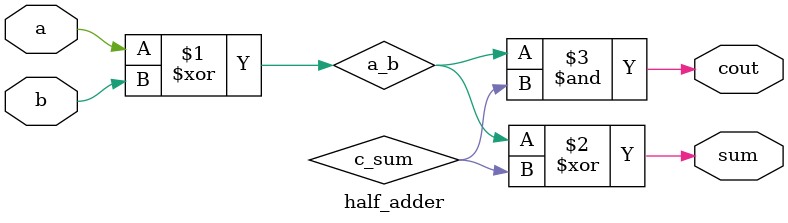
<source format=v>
module half_adder( 
input a, b,
output cout, sum );
wire a_b, c_sum;
xor( a_b, a, b );
xor( sum, a_b, c_sum );
and( cout, a_b, c_sum );
endmodule

</source>
